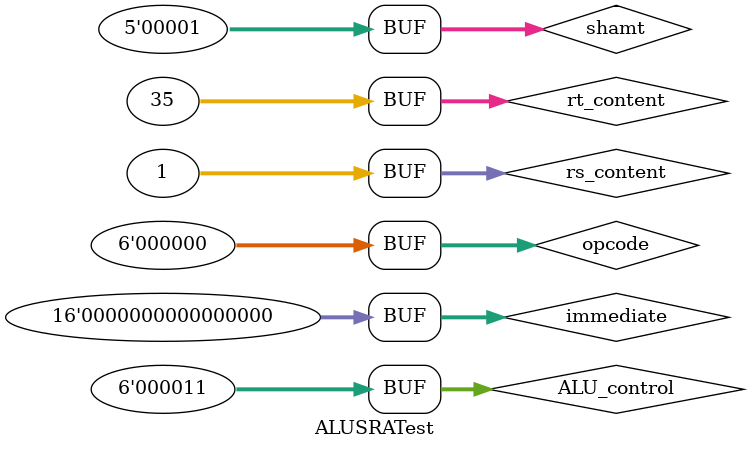
<source format=v>
`timescale 1ns / 1ps


module ALUSRATest;

	// Inputs
	reg [5:0] opcode;
	reg [31:0] rs_content;
	reg [31:0] rt_content;
	reg [4:0] shamt;
	reg [5:0] ALU_control;
	reg [15:0] immediate;

	// Outputs
	wire [31:0] ALU_result;
	wire sig_branch;

	// Instantiate the Unit Under Test (UUT)
	ALU uut (
		.ALU_result(ALU_result), 
		.sig_branch(sig_branch), 
		.opcode(opcode), 
		.rs_content(rs_content), 
		.rt_content(rt_content), 
		.shamt(shamt), 
		.ALU_control(ALU_control), 
		.immediate(immediate)
	);

	initial begin
		// Initialize Inputs
		opcode = 0;
		rs_content = 0;
		rt_content = 0;
		shamt = 0;
		ALU_control = 0;
		immediate = 0;

		// Wait 100 ns for global reset to finish
		#100;
        
		  opcode = 6'b000000;
        rs_content = 15;
        rt_content = 12;
        shamt = 1;
        ALU_control = 6'b000011;
        immediate = 0;
        #100;

        opcode = 6'b000000;
        rs_content = 23;
        rt_content = 22;
        shamt = 1;
        ALU_control = 6'b000011;
        immediate = 0;
        #100;

        opcode = 6'b000000;
        rs_content = 1;
        rt_content = 35;
        shamt = 1;
        ALU_control = 6'b000011;
        immediate = 0;
        #100;

	end
      
endmodule


</source>
